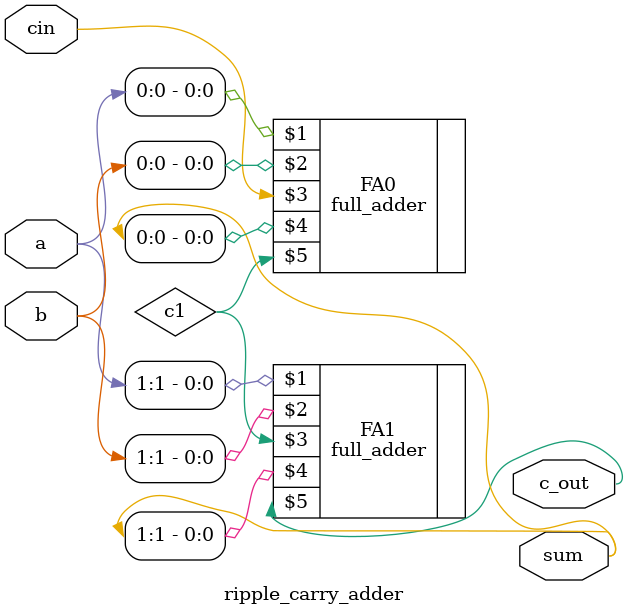
<source format=v>
module ripple_carry_adder (
    input [1:0] a, b,
    input cin, // Define all input ports
    output [1:0] sum,
    output c_out // Define all output ports
);
wire c1; // Define intermediate carry as c1

full_adder FA0 (a[0], b[0], cin, sum[0], c1); // instantiate full_adder (FA0)
full_adder FA1 (a[1], b[1], c1, sum[1], c_out); // instantiate full_adder (FA1)

endmodule

</source>
